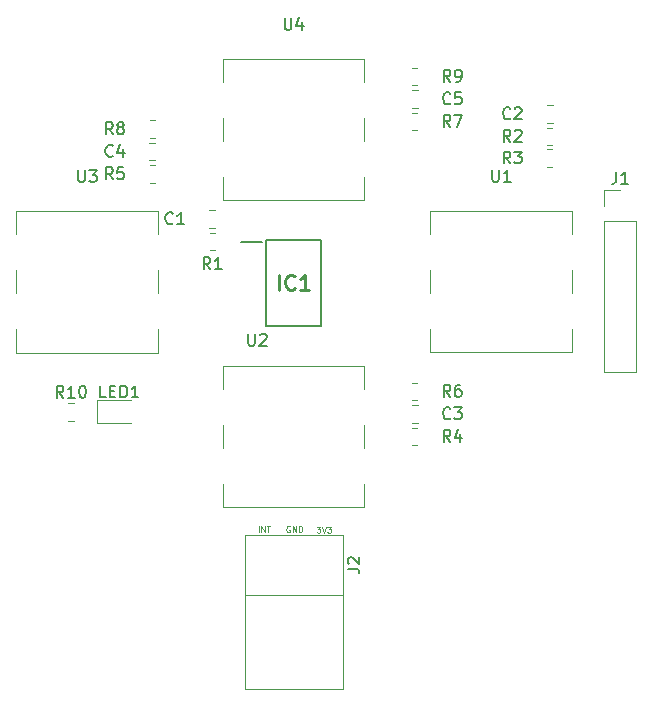
<source format=gto>
G04 #@! TF.GenerationSoftware,KiCad,Pcbnew,(5.1.7)-1*
G04 #@! TF.CreationDate,2021-08-27T16:03:39+02:00*
G04 #@! TF.ProjectId,STEM,5354454d-2e6b-4696-9361-645f70636258,A*
G04 #@! TF.SameCoordinates,Original*
G04 #@! TF.FileFunction,Legend,Top*
G04 #@! TF.FilePolarity,Positive*
%FSLAX46Y46*%
G04 Gerber Fmt 4.6, Leading zero omitted, Abs format (unit mm)*
G04 Created by KiCad (PCBNEW (5.1.7)-1) date 2021-08-27 16:03:39*
%MOMM*%
%LPD*%
G01*
G04 APERTURE LIST*
%ADD10C,0.125000*%
%ADD11C,0.120000*%
%ADD12C,0.200000*%
%ADD13C,0.150000*%
%ADD14C,0.254000*%
G04 APERTURE END LIST*
D10*
X124420952Y-135924190D02*
X124730476Y-135924190D01*
X124563809Y-136114666D01*
X124635238Y-136114666D01*
X124682857Y-136138476D01*
X124706666Y-136162285D01*
X124730476Y-136209904D01*
X124730476Y-136328952D01*
X124706666Y-136376571D01*
X124682857Y-136400380D01*
X124635238Y-136424190D01*
X124492380Y-136424190D01*
X124444761Y-136400380D01*
X124420952Y-136376571D01*
X124873333Y-135924190D02*
X125040000Y-136424190D01*
X125206666Y-135924190D01*
X125325714Y-135924190D02*
X125635238Y-135924190D01*
X125468571Y-136114666D01*
X125540000Y-136114666D01*
X125587619Y-136138476D01*
X125611428Y-136162285D01*
X125635238Y-136209904D01*
X125635238Y-136328952D01*
X125611428Y-136376571D01*
X125587619Y-136400380D01*
X125540000Y-136424190D01*
X125397142Y-136424190D01*
X125349523Y-136400380D01*
X125325714Y-136376571D01*
X122129047Y-135898000D02*
X122081428Y-135874190D01*
X122010000Y-135874190D01*
X121938571Y-135898000D01*
X121890952Y-135945619D01*
X121867142Y-135993238D01*
X121843333Y-136088476D01*
X121843333Y-136159904D01*
X121867142Y-136255142D01*
X121890952Y-136302761D01*
X121938571Y-136350380D01*
X122010000Y-136374190D01*
X122057619Y-136374190D01*
X122129047Y-136350380D01*
X122152857Y-136326571D01*
X122152857Y-136159904D01*
X122057619Y-136159904D01*
X122367142Y-136374190D02*
X122367142Y-135874190D01*
X122652857Y-136374190D01*
X122652857Y-135874190D01*
X122890952Y-136374190D02*
X122890952Y-135874190D01*
X123010000Y-135874190D01*
X123081428Y-135898000D01*
X123129047Y-135945619D01*
X123152857Y-135993238D01*
X123176666Y-136088476D01*
X123176666Y-136159904D01*
X123152857Y-136255142D01*
X123129047Y-136302761D01*
X123081428Y-136350380D01*
X123010000Y-136374190D01*
X122890952Y-136374190D01*
X119497619Y-136384190D02*
X119497619Y-135884190D01*
X119735714Y-136384190D02*
X119735714Y-135884190D01*
X120021428Y-136384190D01*
X120021428Y-135884190D01*
X120188095Y-135884190D02*
X120473809Y-135884190D01*
X120330952Y-136384190D02*
X120330952Y-135884190D01*
D11*
X116450000Y-134287000D02*
X116450000Y-132287000D01*
X116450000Y-129287000D02*
X116450000Y-127287000D01*
X116450000Y-124287000D02*
X116450000Y-122287000D01*
X128450000Y-124287000D02*
X128450000Y-122287000D01*
X128450000Y-129287000D02*
X128450000Y-127287000D01*
X128450000Y-134287000D02*
X128450000Y-132287000D01*
X116450000Y-122287000D02*
X128450000Y-122287000D01*
X128450000Y-134287000D02*
X116450000Y-134287000D01*
X134025000Y-121150000D02*
X134025000Y-119150000D01*
X134025000Y-116150000D02*
X134025000Y-114150000D01*
X134025000Y-111150000D02*
X134025000Y-109150000D01*
X146025000Y-111150000D02*
X146025000Y-109150000D01*
X146025000Y-116150000D02*
X146025000Y-114150000D01*
X146025000Y-121150000D02*
X146025000Y-119150000D01*
X134025000Y-109150000D02*
X146025000Y-109150000D01*
X146025000Y-121150000D02*
X134025000Y-121150000D01*
X98975000Y-121175000D02*
X98975000Y-119175000D01*
X98975000Y-116175000D02*
X98975000Y-114175000D01*
X98975000Y-111175000D02*
X98975000Y-109175000D01*
X110975000Y-111175000D02*
X110975000Y-109175000D01*
X110975000Y-116175000D02*
X110975000Y-114175000D01*
X110975000Y-121175000D02*
X110975000Y-119175000D01*
X98975000Y-109175000D02*
X110975000Y-109175000D01*
X110975000Y-121175000D02*
X98975000Y-121175000D01*
X116450000Y-108287000D02*
X116450000Y-106287000D01*
X116450000Y-103287000D02*
X116450000Y-101287000D01*
X116450000Y-98287000D02*
X116450000Y-96287000D01*
X128450000Y-98287000D02*
X128450000Y-96287000D01*
X128450000Y-103287000D02*
X128450000Y-101287000D01*
X128450000Y-108287000D02*
X128450000Y-106287000D01*
X116450000Y-96287000D02*
X128450000Y-96287000D01*
X128450000Y-108287000D02*
X116450000Y-108287000D01*
X144372064Y-103980000D02*
X143917936Y-103980000D01*
X144372064Y-105450000D02*
X143917936Y-105450000D01*
X110262936Y-105310000D02*
X110717064Y-105310000D01*
X110262936Y-106780000D02*
X110717064Y-106780000D01*
X110228748Y-104875000D02*
X110751252Y-104875000D01*
X110228748Y-103405000D02*
X110751252Y-103405000D01*
X132942064Y-125195000D02*
X132487936Y-125195000D01*
X132942064Y-123725000D02*
X132487936Y-123725000D01*
X148770000Y-107439600D02*
X150100000Y-107439600D01*
X148770000Y-108769600D02*
X148770000Y-107439600D01*
X148770000Y-110039600D02*
X151430000Y-110039600D01*
X151430000Y-110039600D02*
X151430000Y-122799600D01*
X148770000Y-110039600D02*
X148770000Y-122799600D01*
X148770000Y-122799600D02*
X151430000Y-122799600D01*
X103372936Y-126933000D02*
X103827064Y-126933000D01*
X103372936Y-125463000D02*
X103827064Y-125463000D01*
X115831252Y-110590000D02*
X115308748Y-110590000D01*
X115831252Y-109120000D02*
X115308748Y-109120000D01*
X105820000Y-127128000D02*
X108680000Y-127128000D01*
X105820000Y-125208000D02*
X105820000Y-127128000D01*
X108680000Y-125208000D02*
X105820000Y-125208000D01*
X132942064Y-127535000D02*
X132487936Y-127535000D01*
X132942064Y-129005000D02*
X132487936Y-129005000D01*
X132942064Y-97055000D02*
X132487936Y-97055000D01*
X132942064Y-98525000D02*
X132487936Y-98525000D01*
D12*
X120150000Y-111687000D02*
X124750000Y-111687000D01*
X124750000Y-111687000D02*
X124750000Y-118887000D01*
X124750000Y-118887000D02*
X120150000Y-118887000D01*
X120150000Y-118887000D02*
X120150000Y-111687000D01*
X118000000Y-111787000D02*
X119800000Y-111787000D01*
D11*
X115797064Y-112495000D02*
X115342936Y-112495000D01*
X115797064Y-111025000D02*
X115342936Y-111025000D01*
X143917936Y-102135000D02*
X144372064Y-102135000D01*
X143917936Y-103605000D02*
X144372064Y-103605000D01*
X132976252Y-127100000D02*
X132453748Y-127100000D01*
X132976252Y-125630000D02*
X132453748Y-125630000D01*
X132942064Y-102335000D02*
X132487936Y-102335000D01*
X132942064Y-100865000D02*
X132487936Y-100865000D01*
X110717064Y-101500000D02*
X110262936Y-101500000D01*
X110717064Y-102970000D02*
X110262936Y-102970000D01*
X132976252Y-100430000D02*
X132453748Y-100430000D01*
X132976252Y-98960000D02*
X132453748Y-98960000D01*
X126627500Y-149699000D02*
X118372500Y-149699000D01*
X126627500Y-141698000D02*
X118372500Y-141698000D01*
X118372500Y-136618000D02*
X118372500Y-149699000D01*
X126627500Y-136618000D02*
X126627500Y-149699000D01*
X126627500Y-136618000D02*
X118372500Y-136618000D01*
X143883748Y-101700000D02*
X144406252Y-101700000D01*
X143883748Y-100230000D02*
X144406252Y-100230000D01*
D13*
X118618095Y-119594380D02*
X118618095Y-120403904D01*
X118665714Y-120499142D01*
X118713333Y-120546761D01*
X118808571Y-120594380D01*
X118999047Y-120594380D01*
X119094285Y-120546761D01*
X119141904Y-120499142D01*
X119189523Y-120403904D01*
X119189523Y-119594380D01*
X119618095Y-119689619D02*
X119665714Y-119642000D01*
X119760952Y-119594380D01*
X119999047Y-119594380D01*
X120094285Y-119642000D01*
X120141904Y-119689619D01*
X120189523Y-119784857D01*
X120189523Y-119880095D01*
X120141904Y-120022952D01*
X119570476Y-120594380D01*
X120189523Y-120594380D01*
X139263095Y-105712380D02*
X139263095Y-106521904D01*
X139310714Y-106617142D01*
X139358333Y-106664761D01*
X139453571Y-106712380D01*
X139644047Y-106712380D01*
X139739285Y-106664761D01*
X139786904Y-106617142D01*
X139834523Y-106521904D01*
X139834523Y-105712380D01*
X140834523Y-106712380D02*
X140263095Y-106712380D01*
X140548809Y-106712380D02*
X140548809Y-105712380D01*
X140453571Y-105855238D01*
X140358333Y-105950476D01*
X140263095Y-105998095D01*
X104213095Y-105737380D02*
X104213095Y-106546904D01*
X104260714Y-106642142D01*
X104308333Y-106689761D01*
X104403571Y-106737380D01*
X104594047Y-106737380D01*
X104689285Y-106689761D01*
X104736904Y-106642142D01*
X104784523Y-106546904D01*
X104784523Y-105737380D01*
X105165476Y-105737380D02*
X105784523Y-105737380D01*
X105451190Y-106118333D01*
X105594047Y-106118333D01*
X105689285Y-106165952D01*
X105736904Y-106213571D01*
X105784523Y-106308809D01*
X105784523Y-106546904D01*
X105736904Y-106642142D01*
X105689285Y-106689761D01*
X105594047Y-106737380D01*
X105308333Y-106737380D01*
X105213095Y-106689761D01*
X105165476Y-106642142D01*
X121688095Y-92849380D02*
X121688095Y-93658904D01*
X121735714Y-93754142D01*
X121783333Y-93801761D01*
X121878571Y-93849380D01*
X122069047Y-93849380D01*
X122164285Y-93801761D01*
X122211904Y-93754142D01*
X122259523Y-93658904D01*
X122259523Y-92849380D01*
X123164285Y-93182714D02*
X123164285Y-93849380D01*
X122926190Y-92801761D02*
X122688095Y-93516047D01*
X123307142Y-93516047D01*
X140803333Y-105167380D02*
X140470000Y-104691190D01*
X140231904Y-105167380D02*
X140231904Y-104167380D01*
X140612857Y-104167380D01*
X140708095Y-104215000D01*
X140755714Y-104262619D01*
X140803333Y-104357857D01*
X140803333Y-104500714D01*
X140755714Y-104595952D01*
X140708095Y-104643571D01*
X140612857Y-104691190D01*
X140231904Y-104691190D01*
X141136666Y-104167380D02*
X141755714Y-104167380D01*
X141422380Y-104548333D01*
X141565238Y-104548333D01*
X141660476Y-104595952D01*
X141708095Y-104643571D01*
X141755714Y-104738809D01*
X141755714Y-104976904D01*
X141708095Y-105072142D01*
X141660476Y-105119761D01*
X141565238Y-105167380D01*
X141279523Y-105167380D01*
X141184285Y-105119761D01*
X141136666Y-105072142D01*
X107148333Y-106497380D02*
X106815000Y-106021190D01*
X106576904Y-106497380D02*
X106576904Y-105497380D01*
X106957857Y-105497380D01*
X107053095Y-105545000D01*
X107100714Y-105592619D01*
X107148333Y-105687857D01*
X107148333Y-105830714D01*
X107100714Y-105925952D01*
X107053095Y-105973571D01*
X106957857Y-106021190D01*
X106576904Y-106021190D01*
X108053095Y-105497380D02*
X107576904Y-105497380D01*
X107529285Y-105973571D01*
X107576904Y-105925952D01*
X107672142Y-105878333D01*
X107910238Y-105878333D01*
X108005476Y-105925952D01*
X108053095Y-105973571D01*
X108100714Y-106068809D01*
X108100714Y-106306904D01*
X108053095Y-106402142D01*
X108005476Y-106449761D01*
X107910238Y-106497380D01*
X107672142Y-106497380D01*
X107576904Y-106449761D01*
X107529285Y-106402142D01*
X107148333Y-104497142D02*
X107100714Y-104544761D01*
X106957857Y-104592380D01*
X106862619Y-104592380D01*
X106719761Y-104544761D01*
X106624523Y-104449523D01*
X106576904Y-104354285D01*
X106529285Y-104163809D01*
X106529285Y-104020952D01*
X106576904Y-103830476D01*
X106624523Y-103735238D01*
X106719761Y-103640000D01*
X106862619Y-103592380D01*
X106957857Y-103592380D01*
X107100714Y-103640000D01*
X107148333Y-103687619D01*
X108005476Y-103925714D02*
X108005476Y-104592380D01*
X107767380Y-103544761D02*
X107529285Y-104259047D01*
X108148333Y-104259047D01*
X135723333Y-124912380D02*
X135390000Y-124436190D01*
X135151904Y-124912380D02*
X135151904Y-123912380D01*
X135532857Y-123912380D01*
X135628095Y-123960000D01*
X135675714Y-124007619D01*
X135723333Y-124102857D01*
X135723333Y-124245714D01*
X135675714Y-124340952D01*
X135628095Y-124388571D01*
X135532857Y-124436190D01*
X135151904Y-124436190D01*
X136580476Y-123912380D02*
X136390000Y-123912380D01*
X136294761Y-123960000D01*
X136247142Y-124007619D01*
X136151904Y-124150476D01*
X136104285Y-124340952D01*
X136104285Y-124721904D01*
X136151904Y-124817142D01*
X136199523Y-124864761D01*
X136294761Y-124912380D01*
X136485238Y-124912380D01*
X136580476Y-124864761D01*
X136628095Y-124817142D01*
X136675714Y-124721904D01*
X136675714Y-124483809D01*
X136628095Y-124388571D01*
X136580476Y-124340952D01*
X136485238Y-124293333D01*
X136294761Y-124293333D01*
X136199523Y-124340952D01*
X136151904Y-124388571D01*
X136104285Y-124483809D01*
X149766666Y-105891980D02*
X149766666Y-106606266D01*
X149719047Y-106749123D01*
X149623809Y-106844361D01*
X149480952Y-106891980D01*
X149385714Y-106891980D01*
X150766666Y-106891980D02*
X150195238Y-106891980D01*
X150480952Y-106891980D02*
X150480952Y-105891980D01*
X150385714Y-106034838D01*
X150290476Y-106130076D01*
X150195238Y-106177695D01*
X102957142Y-125000380D02*
X102623809Y-124524190D01*
X102385714Y-125000380D02*
X102385714Y-124000380D01*
X102766666Y-124000380D01*
X102861904Y-124048000D01*
X102909523Y-124095619D01*
X102957142Y-124190857D01*
X102957142Y-124333714D01*
X102909523Y-124428952D01*
X102861904Y-124476571D01*
X102766666Y-124524190D01*
X102385714Y-124524190D01*
X103909523Y-125000380D02*
X103338095Y-125000380D01*
X103623809Y-125000380D02*
X103623809Y-124000380D01*
X103528571Y-124143238D01*
X103433333Y-124238476D01*
X103338095Y-124286095D01*
X104528571Y-124000380D02*
X104623809Y-124000380D01*
X104719047Y-124048000D01*
X104766666Y-124095619D01*
X104814285Y-124190857D01*
X104861904Y-124381333D01*
X104861904Y-124619428D01*
X104814285Y-124809904D01*
X104766666Y-124905142D01*
X104719047Y-124952761D01*
X104623809Y-125000380D01*
X104528571Y-125000380D01*
X104433333Y-124952761D01*
X104385714Y-124905142D01*
X104338095Y-124809904D01*
X104290476Y-124619428D01*
X104290476Y-124381333D01*
X104338095Y-124190857D01*
X104385714Y-124095619D01*
X104433333Y-124048000D01*
X104528571Y-124000380D01*
X112228333Y-110212142D02*
X112180714Y-110259761D01*
X112037857Y-110307380D01*
X111942619Y-110307380D01*
X111799761Y-110259761D01*
X111704523Y-110164523D01*
X111656904Y-110069285D01*
X111609285Y-109878809D01*
X111609285Y-109735952D01*
X111656904Y-109545476D01*
X111704523Y-109450238D01*
X111799761Y-109355000D01*
X111942619Y-109307380D01*
X112037857Y-109307380D01*
X112180714Y-109355000D01*
X112228333Y-109402619D01*
X113180714Y-110307380D02*
X112609285Y-110307380D01*
X112895000Y-110307380D02*
X112895000Y-109307380D01*
X112799761Y-109450238D01*
X112704523Y-109545476D01*
X112609285Y-109593095D01*
X106560952Y-124970380D02*
X106084761Y-124970380D01*
X106084761Y-123970380D01*
X106894285Y-124446571D02*
X107227619Y-124446571D01*
X107370476Y-124970380D02*
X106894285Y-124970380D01*
X106894285Y-123970380D01*
X107370476Y-123970380D01*
X107799047Y-124970380D02*
X107799047Y-123970380D01*
X108037142Y-123970380D01*
X108180000Y-124018000D01*
X108275238Y-124113238D01*
X108322857Y-124208476D01*
X108370476Y-124398952D01*
X108370476Y-124541809D01*
X108322857Y-124732285D01*
X108275238Y-124827523D01*
X108180000Y-124922761D01*
X108037142Y-124970380D01*
X107799047Y-124970380D01*
X109322857Y-124970380D02*
X108751428Y-124970380D01*
X109037142Y-124970380D02*
X109037142Y-123970380D01*
X108941904Y-124113238D01*
X108846666Y-124208476D01*
X108751428Y-124256095D01*
X135723333Y-128722380D02*
X135390000Y-128246190D01*
X135151904Y-128722380D02*
X135151904Y-127722380D01*
X135532857Y-127722380D01*
X135628095Y-127770000D01*
X135675714Y-127817619D01*
X135723333Y-127912857D01*
X135723333Y-128055714D01*
X135675714Y-128150952D01*
X135628095Y-128198571D01*
X135532857Y-128246190D01*
X135151904Y-128246190D01*
X136580476Y-128055714D02*
X136580476Y-128722380D01*
X136342380Y-127674761D02*
X136104285Y-128389047D01*
X136723333Y-128389047D01*
X135723333Y-98242380D02*
X135390000Y-97766190D01*
X135151904Y-98242380D02*
X135151904Y-97242380D01*
X135532857Y-97242380D01*
X135628095Y-97290000D01*
X135675714Y-97337619D01*
X135723333Y-97432857D01*
X135723333Y-97575714D01*
X135675714Y-97670952D01*
X135628095Y-97718571D01*
X135532857Y-97766190D01*
X135151904Y-97766190D01*
X136199523Y-98242380D02*
X136390000Y-98242380D01*
X136485238Y-98194761D01*
X136532857Y-98147142D01*
X136628095Y-98004285D01*
X136675714Y-97813809D01*
X136675714Y-97432857D01*
X136628095Y-97337619D01*
X136580476Y-97290000D01*
X136485238Y-97242380D01*
X136294761Y-97242380D01*
X136199523Y-97290000D01*
X136151904Y-97337619D01*
X136104285Y-97432857D01*
X136104285Y-97670952D01*
X136151904Y-97766190D01*
X136199523Y-97813809D01*
X136294761Y-97861428D01*
X136485238Y-97861428D01*
X136580476Y-97813809D01*
X136628095Y-97766190D01*
X136675714Y-97670952D01*
D14*
X121210238Y-115861523D02*
X121210238Y-114591523D01*
X122540714Y-115740571D02*
X122480238Y-115801047D01*
X122298809Y-115861523D01*
X122177857Y-115861523D01*
X121996428Y-115801047D01*
X121875476Y-115680095D01*
X121815000Y-115559142D01*
X121754523Y-115317238D01*
X121754523Y-115135809D01*
X121815000Y-114893904D01*
X121875476Y-114772952D01*
X121996428Y-114652000D01*
X122177857Y-114591523D01*
X122298809Y-114591523D01*
X122480238Y-114652000D01*
X122540714Y-114712476D01*
X123750238Y-115861523D02*
X123024523Y-115861523D01*
X123387380Y-115861523D02*
X123387380Y-114591523D01*
X123266428Y-114772952D01*
X123145476Y-114893904D01*
X123024523Y-114954380D01*
D13*
X115403333Y-114117380D02*
X115070000Y-113641190D01*
X114831904Y-114117380D02*
X114831904Y-113117380D01*
X115212857Y-113117380D01*
X115308095Y-113165000D01*
X115355714Y-113212619D01*
X115403333Y-113307857D01*
X115403333Y-113450714D01*
X115355714Y-113545952D01*
X115308095Y-113593571D01*
X115212857Y-113641190D01*
X114831904Y-113641190D01*
X116355714Y-114117380D02*
X115784285Y-114117380D01*
X116070000Y-114117380D02*
X116070000Y-113117380D01*
X115974761Y-113260238D01*
X115879523Y-113355476D01*
X115784285Y-113403095D01*
X140803333Y-103322380D02*
X140470000Y-102846190D01*
X140231904Y-103322380D02*
X140231904Y-102322380D01*
X140612857Y-102322380D01*
X140708095Y-102370000D01*
X140755714Y-102417619D01*
X140803333Y-102512857D01*
X140803333Y-102655714D01*
X140755714Y-102750952D01*
X140708095Y-102798571D01*
X140612857Y-102846190D01*
X140231904Y-102846190D01*
X141184285Y-102417619D02*
X141231904Y-102370000D01*
X141327142Y-102322380D01*
X141565238Y-102322380D01*
X141660476Y-102370000D01*
X141708095Y-102417619D01*
X141755714Y-102512857D01*
X141755714Y-102608095D01*
X141708095Y-102750952D01*
X141136666Y-103322380D01*
X141755714Y-103322380D01*
X135723333Y-126722142D02*
X135675714Y-126769761D01*
X135532857Y-126817380D01*
X135437619Y-126817380D01*
X135294761Y-126769761D01*
X135199523Y-126674523D01*
X135151904Y-126579285D01*
X135104285Y-126388809D01*
X135104285Y-126245952D01*
X135151904Y-126055476D01*
X135199523Y-125960238D01*
X135294761Y-125865000D01*
X135437619Y-125817380D01*
X135532857Y-125817380D01*
X135675714Y-125865000D01*
X135723333Y-125912619D01*
X136056666Y-125817380D02*
X136675714Y-125817380D01*
X136342380Y-126198333D01*
X136485238Y-126198333D01*
X136580476Y-126245952D01*
X136628095Y-126293571D01*
X136675714Y-126388809D01*
X136675714Y-126626904D01*
X136628095Y-126722142D01*
X136580476Y-126769761D01*
X136485238Y-126817380D01*
X136199523Y-126817380D01*
X136104285Y-126769761D01*
X136056666Y-126722142D01*
X135723333Y-102052380D02*
X135390000Y-101576190D01*
X135151904Y-102052380D02*
X135151904Y-101052380D01*
X135532857Y-101052380D01*
X135628095Y-101100000D01*
X135675714Y-101147619D01*
X135723333Y-101242857D01*
X135723333Y-101385714D01*
X135675714Y-101480952D01*
X135628095Y-101528571D01*
X135532857Y-101576190D01*
X135151904Y-101576190D01*
X136056666Y-101052380D02*
X136723333Y-101052380D01*
X136294761Y-102052380D01*
X107148333Y-102687380D02*
X106815000Y-102211190D01*
X106576904Y-102687380D02*
X106576904Y-101687380D01*
X106957857Y-101687380D01*
X107053095Y-101735000D01*
X107100714Y-101782619D01*
X107148333Y-101877857D01*
X107148333Y-102020714D01*
X107100714Y-102115952D01*
X107053095Y-102163571D01*
X106957857Y-102211190D01*
X106576904Y-102211190D01*
X107719761Y-102115952D02*
X107624523Y-102068333D01*
X107576904Y-102020714D01*
X107529285Y-101925476D01*
X107529285Y-101877857D01*
X107576904Y-101782619D01*
X107624523Y-101735000D01*
X107719761Y-101687380D01*
X107910238Y-101687380D01*
X108005476Y-101735000D01*
X108053095Y-101782619D01*
X108100714Y-101877857D01*
X108100714Y-101925476D01*
X108053095Y-102020714D01*
X108005476Y-102068333D01*
X107910238Y-102115952D01*
X107719761Y-102115952D01*
X107624523Y-102163571D01*
X107576904Y-102211190D01*
X107529285Y-102306428D01*
X107529285Y-102496904D01*
X107576904Y-102592142D01*
X107624523Y-102639761D01*
X107719761Y-102687380D01*
X107910238Y-102687380D01*
X108005476Y-102639761D01*
X108053095Y-102592142D01*
X108100714Y-102496904D01*
X108100714Y-102306428D01*
X108053095Y-102211190D01*
X108005476Y-102163571D01*
X107910238Y-102115952D01*
X135723333Y-100052142D02*
X135675714Y-100099761D01*
X135532857Y-100147380D01*
X135437619Y-100147380D01*
X135294761Y-100099761D01*
X135199523Y-100004523D01*
X135151904Y-99909285D01*
X135104285Y-99718809D01*
X135104285Y-99575952D01*
X135151904Y-99385476D01*
X135199523Y-99290238D01*
X135294761Y-99195000D01*
X135437619Y-99147380D01*
X135532857Y-99147380D01*
X135675714Y-99195000D01*
X135723333Y-99242619D01*
X136628095Y-99147380D02*
X136151904Y-99147380D01*
X136104285Y-99623571D01*
X136151904Y-99575952D01*
X136247142Y-99528333D01*
X136485238Y-99528333D01*
X136580476Y-99575952D01*
X136628095Y-99623571D01*
X136675714Y-99718809D01*
X136675714Y-99956904D01*
X136628095Y-100052142D01*
X136580476Y-100099761D01*
X136485238Y-100147380D01*
X136247142Y-100147380D01*
X136151904Y-100099761D01*
X136104285Y-100052142D01*
X127032380Y-139491333D02*
X127746666Y-139491333D01*
X127889523Y-139538952D01*
X127984761Y-139634190D01*
X128032380Y-139777047D01*
X128032380Y-139872285D01*
X127127619Y-139062761D02*
X127080000Y-139015142D01*
X127032380Y-138919904D01*
X127032380Y-138681809D01*
X127080000Y-138586571D01*
X127127619Y-138538952D01*
X127222857Y-138491333D01*
X127318095Y-138491333D01*
X127460952Y-138538952D01*
X128032380Y-139110380D01*
X128032380Y-138491333D01*
X140803333Y-101322142D02*
X140755714Y-101369761D01*
X140612857Y-101417380D01*
X140517619Y-101417380D01*
X140374761Y-101369761D01*
X140279523Y-101274523D01*
X140231904Y-101179285D01*
X140184285Y-100988809D01*
X140184285Y-100845952D01*
X140231904Y-100655476D01*
X140279523Y-100560238D01*
X140374761Y-100465000D01*
X140517619Y-100417380D01*
X140612857Y-100417380D01*
X140755714Y-100465000D01*
X140803333Y-100512619D01*
X141184285Y-100512619D02*
X141231904Y-100465000D01*
X141327142Y-100417380D01*
X141565238Y-100417380D01*
X141660476Y-100465000D01*
X141708095Y-100512619D01*
X141755714Y-100607857D01*
X141755714Y-100703095D01*
X141708095Y-100845952D01*
X141136666Y-101417380D01*
X141755714Y-101417380D01*
M02*

</source>
